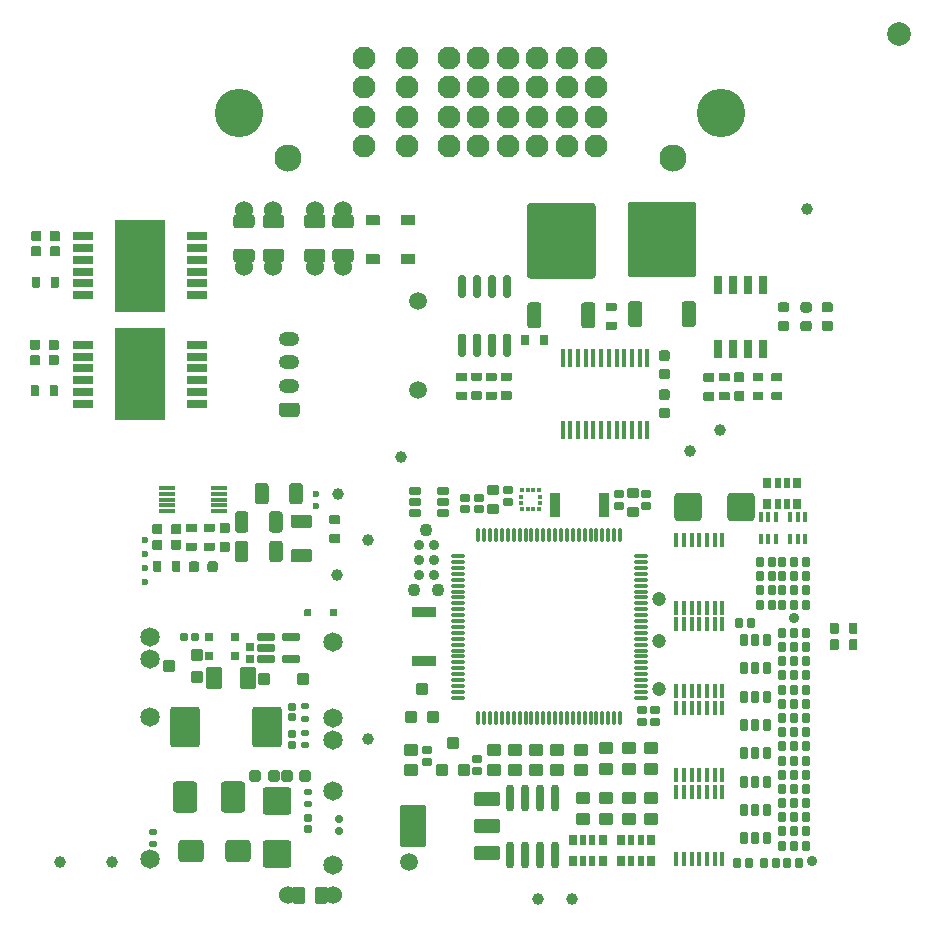
<source format=gts>
G75*
G70*
%OFA0B0*%
%FSLAX25Y25*%
%IPPOS*%
%LPD*%
%AMOC8*
5,1,8,0,0,1.08239X$1,22.5*
%
%AMM108*
21,1,0.029530,0.026380,-0.000000,0.000000,0.000000*
21,1,0.020470,0.035430,-0.000000,0.000000,0.000000*
1,1,0.009060,0.010240,-0.013190*
1,1,0.009060,-0.010240,-0.013190*
1,1,0.009060,-0.010240,0.013190*
1,1,0.009060,0.010240,0.013190*
%
%AMM109*
21,1,0.021650,0.027950,-0.000000,0.000000,0.000000*
21,1,0.014170,0.035430,-0.000000,0.000000,0.000000*
1,1,0.007480,0.007090,-0.013980*
1,1,0.007480,-0.007090,-0.013980*
1,1,0.007480,-0.007090,0.013980*
1,1,0.007480,0.007090,0.013980*
%
%AMM110*
21,1,0.016540,0.028980,-0.000000,0.000000,180.000000*
21,1,0.010080,0.035430,-0.000000,0.000000,180.000000*
1,1,0.006460,-0.005040,0.014490*
1,1,0.006460,0.005040,0.014490*
1,1,0.006460,0.005040,-0.014490*
1,1,0.006460,-0.005040,-0.014490*
%
%AMM111*
21,1,0.027560,0.030710,-0.000000,0.000000,270.000000*
21,1,0.018900,0.039370,-0.000000,0.000000,270.000000*
1,1,0.008660,-0.015350,-0.009450*
1,1,0.008660,-0.015350,0.009450*
1,1,0.008660,0.015350,0.009450*
1,1,0.008660,0.015350,-0.009450*
%
%AMM112*
21,1,0.031500,0.018900,-0.000000,0.000000,180.000000*
21,1,0.022840,0.027560,-0.000000,0.000000,180.000000*
1,1,0.008660,-0.011420,0.009450*
1,1,0.008660,0.011420,0.009450*
1,1,0.008660,0.011420,-0.009450*
1,1,0.008660,-0.011420,-0.009450*
%
%AMM113*
21,1,0.035430,0.072440,-0.000000,0.000000,180.000000*
21,1,0.025200,0.082680,-0.000000,0.000000,180.000000*
1,1,0.010240,-0.012600,0.036220*
1,1,0.010240,0.012600,0.036220*
1,1,0.010240,0.012600,-0.036220*
1,1,0.010240,-0.012600,-0.036220*
%
%AMM114*
21,1,0.031500,0.018900,-0.000000,0.000000,270.000000*
21,1,0.022840,0.027560,-0.000000,0.000000,270.000000*
1,1,0.008660,-0.009450,-0.011420*
1,1,0.008660,-0.009450,0.011420*
1,1,0.008660,0.009450,0.011420*
1,1,0.008660,0.009450,-0.011420*
%
%AMM115*
21,1,0.027560,0.030710,-0.000000,0.000000,0.000000*
21,1,0.018900,0.039370,-0.000000,0.000000,0.000000*
1,1,0.008660,0.009450,-0.015350*
1,1,0.008660,-0.009450,-0.015350*
1,1,0.008660,-0.009450,0.015350*
1,1,0.008660,0.009450,0.015350*
%
%AMM116*
21,1,0.039370,0.030320,-0.000000,0.000000,0.000000*
21,1,0.028350,0.041340,-0.000000,0.000000,0.000000*
1,1,0.011020,0.014170,-0.015160*
1,1,0.011020,-0.014170,-0.015160*
1,1,0.011020,-0.014170,0.015160*
1,1,0.011020,0.014170,0.015160*
%
%AMM117*
21,1,0.047240,0.075980,-0.000000,0.000000,90.000000*
21,1,0.034650,0.088580,-0.000000,0.000000,90.000000*
1,1,0.012600,0.037990,0.017320*
1,1,0.012600,0.037990,-0.017320*
1,1,0.012600,-0.037990,-0.017320*
1,1,0.012600,-0.037990,0.017320*
%
%AMM118*
21,1,0.043310,0.035430,-0.000000,0.000000,90.000000*
21,1,0.031500,0.047240,-0.000000,0.000000,90.000000*
1,1,0.011810,0.017720,0.015750*
1,1,0.011810,0.017720,-0.015750*
1,1,0.011810,-0.017720,-0.015750*
1,1,0.011810,-0.017720,0.015750*
%
%AMM119*
21,1,0.031500,0.030710,-0.000000,0.000000,90.000000*
21,1,0.022050,0.040160,-0.000000,0.000000,90.000000*
1,1,0.009450,0.015350,0.011020*
1,1,0.009450,0.015350,-0.011020*
1,1,0.009450,-0.015350,-0.011020*
1,1,0.009450,-0.015350,0.011020*
%
%AMM120*
21,1,0.035430,0.072440,-0.000000,0.000000,90.000000*
21,1,0.025200,0.082680,-0.000000,0.000000,90.000000*
1,1,0.010240,0.036220,0.012600*
1,1,0.010240,0.036220,-0.012600*
1,1,0.010240,-0.036220,-0.012600*
1,1,0.010240,-0.036220,0.012600*
%
%AMM121*
21,1,0.141730,0.067720,-0.000000,0.000000,90.000000*
21,1,0.120870,0.088580,-0.000000,0.000000,90.000000*
1,1,0.020870,0.033860,0.060430*
1,1,0.020870,0.033860,-0.060430*
1,1,0.020870,-0.033860,-0.060430*
1,1,0.020870,-0.033860,0.060430*
%
%AMM122*
21,1,0.047240,0.075990,-0.000000,0.000000,90.000000*
21,1,0.034650,0.088580,-0.000000,0.000000,90.000000*
1,1,0.012600,0.037990,0.017320*
1,1,0.012600,0.037990,-0.017320*
1,1,0.012600,-0.037990,-0.017320*
1,1,0.012600,-0.037990,0.017320*
%
%AMM123*
21,1,0.090550,0.073230,-0.000000,0.000000,180.000000*
21,1,0.069290,0.094490,-0.000000,0.000000,180.000000*
1,1,0.021260,-0.034650,0.036610*
1,1,0.021260,0.034650,0.036610*
1,1,0.021260,0.034650,-0.036610*
1,1,0.021260,-0.034650,-0.036610*
%
%AMM69*
21,1,0.092130,0.073230,0.000000,0.000000,270.000000*
21,1,0.069290,0.096060,0.000000,0.000000,270.000000*
1,1,0.022840,-0.036610,-0.034650*
1,1,0.022840,-0.036610,0.034650*
1,1,0.022840,0.036610,0.034650*
1,1,0.022840,0.036610,-0.034650*
%
%AMM70*
21,1,0.100000,0.111020,0.000000,0.000000,0.000000*
21,1,0.075590,0.135430,0.000000,0.000000,0.000000*
1,1,0.024410,0.037800,-0.055510*
1,1,0.024410,-0.037800,-0.055510*
1,1,0.024410,-0.037800,0.055510*
1,1,0.024410,0.037800,0.055510*
%
%AMM71*
21,1,0.080320,0.083460,0.000000,0.000000,0.000000*
21,1,0.059840,0.103940,0.000000,0.000000,0.000000*
1,1,0.020470,0.029920,-0.041730*
1,1,0.020470,-0.029920,-0.041730*
1,1,0.020470,-0.029920,0.041730*
1,1,0.020470,0.029920,0.041730*
%
%AMM72*
21,1,0.084250,0.053540,0.000000,0.000000,180.000000*
21,1,0.065350,0.072440,0.000000,0.000000,180.000000*
1,1,0.018900,-0.032680,0.026770*
1,1,0.018900,0.032680,0.026770*
1,1,0.018900,0.032680,-0.026770*
1,1,0.018900,-0.032680,-0.026770*
%
%AMM73*
21,1,0.040950,0.030320,0.000000,0.000000,90.000000*
21,1,0.028350,0.042910,0.000000,0.000000,90.000000*
1,1,0.012600,0.015160,0.014170*
1,1,0.012600,0.015160,-0.014170*
1,1,0.012600,-0.015160,-0.014170*
1,1,0.012600,-0.015160,0.014170*
%
%AMM74*
21,1,0.027170,0.052760,0.000000,0.000000,270.000000*
21,1,0.017320,0.062600,0.000000,0.000000,270.000000*
1,1,0.009840,-0.026380,-0.008660*
1,1,0.009840,-0.026380,0.008660*
1,1,0.009840,0.026380,0.008660*
1,1,0.009840,0.026380,-0.008660*
%
%AMM75*
21,1,0.041340,0.026770,0.000000,0.000000,0.000000*
21,1,0.029130,0.038980,0.000000,0.000000,0.000000*
1,1,0.012210,0.014570,-0.013390*
1,1,0.012210,-0.014570,-0.013390*
1,1,0.012210,-0.014570,0.013390*
1,1,0.012210,0.014570,0.013390*
%
%AMM76*
21,1,0.076380,0.036220,0.000000,0.000000,90.000000*
21,1,0.061810,0.050790,0.000000,0.000000,90.000000*
1,1,0.014570,0.018110,0.030910*
1,1,0.014570,0.018110,-0.030910*
1,1,0.014570,-0.018110,-0.030910*
1,1,0.014570,-0.018110,0.030910*
%
%AMM77*
21,1,0.038980,0.026770,0.000000,0.000000,0.000000*
21,1,0.026770,0.038980,0.000000,0.000000,0.000000*
1,1,0.012210,0.013390,-0.013390*
1,1,0.012210,-0.013390,-0.013390*
1,1,0.012210,-0.013390,0.013390*
1,1,0.012210,0.013390,0.013390*
%
%AMM78*
21,1,0.021260,0.016540,0.000000,0.000000,270.000000*
21,1,0.012600,0.025200,0.000000,0.000000,270.000000*
1,1,0.008660,-0.008270,-0.006300*
1,1,0.008660,-0.008270,0.006300*
1,1,0.008660,0.008270,0.006300*
1,1,0.008660,0.008270,-0.006300*
%
%AMM79*
21,1,0.029130,0.018900,0.000000,0.000000,90.000000*
21,1,0.018900,0.029130,0.000000,0.000000,90.000000*
1,1,0.010240,0.009450,0.009450*
1,1,0.010240,0.009450,-0.009450*
1,1,0.010240,-0.009450,-0.009450*
1,1,0.010240,-0.009450,0.009450*
%
%AMM80*
21,1,0.025200,0.019680,0.000000,0.000000,0.000000*
21,1,0.015750,0.029130,0.000000,0.000000,0.000000*
1,1,0.009450,0.007870,-0.009840*
1,1,0.009450,-0.007870,-0.009840*
1,1,0.009450,-0.007870,0.009840*
1,1,0.009450,0.007870,0.009840*
%
%AMM81*
21,1,0.025200,0.019680,0.000000,0.000000,270.000000*
21,1,0.015750,0.029130,0.000000,0.000000,270.000000*
1,1,0.009450,-0.009840,-0.007870*
1,1,0.009450,-0.009840,0.007870*
1,1,0.009450,0.009840,0.007870*
1,1,0.009450,0.009840,-0.007870*
%
%ADD108O,0.05118X0.01260*%
%ADD109O,0.01260X0.05118*%
%ADD11C,0.03937*%
%ADD111C,0.03494*%
%ADD114R,0.01772X0.01378*%
%ADD115R,0.01378X0.01772*%
%ADD12C,0.06000*%
%ADD127C,0.03543*%
%ADD129C,0.04724*%
%ADD13R,0.02559X0.06004*%
%ADD130C,0.04294*%
%ADD14R,0.01575X0.06496*%
%ADD15R,0.06890X0.02559*%
%ADD16R,0.16929X0.31102*%
%ADD17O,0.06890X0.04724*%
%ADD172R,0.05512X0.01181*%
%ADD18C,0.02362*%
%ADD185M69*%
%ADD186M70*%
%ADD187M71*%
%ADD188M72*%
%ADD189M73*%
%ADD190M74*%
%ADD191M75*%
%ADD192M76*%
%ADD193M77*%
%ADD194M78*%
%ADD195M79*%
%ADD196M80*%
%ADD197M81*%
%ADD198C,0.02913*%
%ADD199C,0.06457*%
%ADD230M108*%
%ADD231M109*%
%ADD232M110*%
%ADD233O,0.01575X0.04724*%
%ADD234M111*%
%ADD235M112*%
%ADD236M113*%
%ADD237M114*%
%ADD238M115*%
%ADD239M116*%
%ADD240O,0.02756X0.09055*%
%ADD241M117*%
%ADD242M118*%
%ADD243M119*%
%ADD244M120*%
%ADD245M121*%
%ADD246M122*%
%ADD247M123*%
%ADD31C,0.07677*%
%ADD37C,0.07874*%
%ADD38C,0.05906*%
%ADD53C,0.16142*%
%ADD54C,0.09055*%
X0000000Y0000000D02*
%LPD*%
G01*
G36*
G01*
X0152874Y0172533D02*
X0149803Y0172533D01*
G75*
G02*
X0149528Y0172809I0000000J0000276D01*
G01*
X0149528Y0175013D01*
G75*
G02*
X0149803Y0175289I0000276J0000000D01*
G01*
X0152874Y0175289D01*
G75*
G02*
X0153150Y0175013I0000000J-000276D01*
G01*
X0153150Y0172809D01*
G75*
G02*
X0152874Y0172533I-000276J0000000D01*
G01*
G37*
G36*
G01*
X0152874Y0178832D02*
X0149803Y0178832D01*
G75*
G02*
X0149528Y0179108I0000000J0000276D01*
G01*
X0149528Y0181313D01*
G75*
G02*
X0149803Y0181588I0000276J0000000D01*
G01*
X0152874Y0181588D01*
G75*
G02*
X0153150Y0181313I0000000J-000276D01*
G01*
X0153150Y0179108D01*
G75*
G02*
X0152874Y0178832I-000276J0000000D01*
G01*
G37*
D11*
X0110236Y0141339D03*
G36*
G01*
X0245157Y0172185D02*
X0242480Y0172185D01*
G75*
G02*
X0242146Y0172520I0000000J0000335D01*
G01*
X0242146Y0175197D01*
G75*
G02*
X0242480Y0175531I0000335J0000000D01*
G01*
X0245157Y0175531D01*
G75*
G02*
X0245492Y0175197I0000000J-000335D01*
G01*
X0245492Y0172520D01*
G75*
G02*
X0245157Y0172185I-000335J0000000D01*
G01*
G37*
G36*
G01*
X0245157Y0178406D02*
X0242480Y0178406D01*
G75*
G02*
X0242146Y0178740I0000000J0000335D01*
G01*
X0242146Y0181417D01*
G75*
G02*
X0242480Y0181752I0000335J0000000D01*
G01*
X0245157Y0181752D01*
G75*
G02*
X0245492Y0181417I0000000J-000335D01*
G01*
X0245492Y0178740D01*
G75*
G02*
X0245157Y0178406I-000335J0000000D01*
G01*
G37*
G36*
G01*
X0007461Y0189606D02*
X0007461Y0192283D01*
G75*
G02*
X0007795Y0192618I0000335J0000000D01*
G01*
X0010472Y0192618D01*
G75*
G02*
X0010807Y0192283I0000000J-000335D01*
G01*
X0010807Y0189606D01*
G75*
G02*
X0010472Y0189272I-000335J0000000D01*
G01*
X0007795Y0189272D01*
G75*
G02*
X0007461Y0189606I0000000J0000335D01*
G01*
G37*
G36*
G01*
X0013681Y0189606D02*
X0013681Y0192283D01*
G75*
G02*
X0014016Y0192618I0000335J0000000D01*
G01*
X0016693Y0192618D01*
G75*
G02*
X0017028Y0192283I0000000J-000335D01*
G01*
X0017028Y0189606D01*
G75*
G02*
X0016693Y0189272I-000335J0000000D01*
G01*
X0014016Y0189272D01*
G75*
G02*
X0013681Y0189606I0000000J0000335D01*
G01*
G37*
G36*
G01*
X0283268Y0092480D02*
X0283268Y0089409D01*
G75*
G02*
X0282992Y0089134I-000276J0000000D01*
G01*
X0280787Y0089134D01*
G75*
G02*
X0280512Y0089409I0000000J0000276D01*
G01*
X0280512Y0092480D01*
G75*
G02*
X0280787Y0092756I0000276J0000000D01*
G01*
X0282992Y0092756D01*
G75*
G02*
X0283268Y0092480I0000000J-000276D01*
G01*
G37*
G36*
G01*
X0276969Y0092480D02*
X0276969Y0089409D01*
G75*
G02*
X0276693Y0089134I-000276J0000000D01*
G01*
X0274488Y0089134D01*
G75*
G02*
X0274213Y0089409I0000000J0000276D01*
G01*
X0274213Y0092480D01*
G75*
G02*
X0274488Y0092756I0000276J0000000D01*
G01*
X0276693Y0092756D01*
G75*
G02*
X0276969Y0092480I0000000J-000276D01*
G01*
G37*
D12*
X0111811Y0236024D03*
G36*
G01*
X0108268Y0230728D02*
X0108268Y0233445D01*
G75*
G02*
X0109173Y0234350I0000906J0000000D01*
G01*
X0114449Y0234350D01*
G75*
G02*
X0115354Y0233445I0000000J-000906D01*
G01*
X0115354Y0230728D01*
G75*
G02*
X0114449Y0229823I-000906J0000000D01*
G01*
X0109173Y0229823D01*
G75*
G02*
X0108268Y0230728I0000000J0000906D01*
G01*
G37*
G36*
G01*
X0108268Y0219311D02*
X0108268Y0222028D01*
G75*
G02*
X0109173Y0222933I0000906J0000000D01*
G01*
X0114449Y0222933D01*
G75*
G02*
X0115354Y0222028I0000000J-000906D01*
G01*
X0115354Y0219311D01*
G75*
G02*
X0114449Y0218405I-000906J0000000D01*
G01*
X0109173Y0218405D01*
G75*
G02*
X0108268Y0219311I0000000J0000906D01*
G01*
G37*
X0111811Y0216732D03*
D11*
X0017323Y0018504D03*
G36*
G01*
X0219882Y0179429D02*
X0217913Y0179429D01*
G75*
G02*
X0217028Y0180315I0000000J0000886D01*
G01*
X0217028Y0182087D01*
G75*
G02*
X0217913Y0182972I0000886J0000000D01*
G01*
X0219882Y0182972D01*
G75*
G02*
X0220768Y0182087I0000000J-000886D01*
G01*
X0220768Y0180315D01*
G75*
G02*
X0219882Y0179429I-000886J0000000D01*
G01*
G37*
G36*
G01*
X0219882Y0185531D02*
X0217913Y0185531D01*
G75*
G02*
X0217028Y0186417I0000000J0000886D01*
G01*
X0217028Y0188189D01*
G75*
G02*
X0217913Y0189075I0000886J0000000D01*
G01*
X0219882Y0189075D01*
G75*
G02*
X0220768Y0188189I0000000J-000886D01*
G01*
X0220768Y0186417D01*
G75*
G02*
X0219882Y0185531I-000886J0000000D01*
G01*
G37*
D13*
X0236850Y0189421D03*
X0241850Y0189421D03*
X0246850Y0189421D03*
X0251850Y0189421D03*
X0251850Y0210776D03*
X0246850Y0210776D03*
X0241850Y0210776D03*
X0236850Y0210776D03*
G36*
G01*
X0016732Y0177126D02*
X0016732Y0174055D01*
G75*
G02*
X0016457Y0173780I-000276J0000000D01*
G01*
X0014252Y0173780D01*
G75*
G02*
X0013976Y0174055I0000000J0000276D01*
G01*
X0013976Y0177126D01*
G75*
G02*
X0014252Y0177402I0000276J0000000D01*
G01*
X0016457Y0177402D01*
G75*
G02*
X0016732Y0177126I0000000J-000276D01*
G01*
G37*
G36*
G01*
X0010433Y0177126D02*
X0010433Y0174055D01*
G75*
G02*
X0010157Y0173780I-000276J0000000D01*
G01*
X0007953Y0173780D01*
G75*
G02*
X0007677Y0174055I0000000J0000276D01*
G01*
X0007677Y0177126D01*
G75*
G02*
X0007953Y0177402I0000276J0000000D01*
G01*
X0010157Y0177402D01*
G75*
G02*
X0010433Y0177126I0000000J-000276D01*
G01*
G37*
G36*
G01*
X0007854Y0225827D02*
X0007854Y0228504D01*
G75*
G02*
X0008189Y0228839I0000335J0000000D01*
G01*
X0010866Y0228839D01*
G75*
G02*
X0011201Y0228504I0000000J-000335D01*
G01*
X0011201Y0225827D01*
G75*
G02*
X0010866Y0225492I-000335J0000000D01*
G01*
X0008189Y0225492D01*
G75*
G02*
X0007854Y0225827I0000000J0000335D01*
G01*
G37*
G36*
G01*
X0014075Y0225827D02*
X0014075Y0228504D01*
G75*
G02*
X0014409Y0228839I0000335J0000000D01*
G01*
X0017087Y0228839D01*
G75*
G02*
X0017421Y0228504I0000000J-000335D01*
G01*
X0017421Y0225827D01*
G75*
G02*
X0017087Y0225492I-000335J0000000D01*
G01*
X0014409Y0225492D01*
G75*
G02*
X0014075Y0225827I0000000J0000335D01*
G01*
G37*
G36*
G01*
X0274213Y0094921D02*
X0274213Y0097992D01*
G75*
G02*
X0274488Y0098268I0000276J0000000D01*
G01*
X0276693Y0098268D01*
G75*
G02*
X0276969Y0097992I0000000J-000276D01*
G01*
X0276969Y0094921D01*
G75*
G02*
X0276693Y0094646I-000276J0000000D01*
G01*
X0274488Y0094646D01*
G75*
G02*
X0274213Y0094921I0000000J0000276D01*
G01*
G37*
G36*
G01*
X0280512Y0094921D02*
X0280512Y0097992D01*
G75*
G02*
X0280787Y0098268I0000276J0000000D01*
G01*
X0282992Y0098268D01*
G75*
G02*
X0283268Y0097992I0000000J-000276D01*
G01*
X0283268Y0094921D01*
G75*
G02*
X0282992Y0094646I-000276J0000000D01*
G01*
X0280787Y0094646D01*
G75*
G02*
X0280512Y0094921I0000000J0000276D01*
G01*
G37*
G36*
G01*
X0176949Y0196457D02*
X0174193Y0196457D01*
G75*
G02*
X0173209Y0197441I0000000J0000984D01*
G01*
X0173209Y0204134D01*
G75*
G02*
X0174193Y0205118I0000984J0000000D01*
G01*
X0176949Y0205118D01*
G75*
G02*
X0177933Y0204134I0000000J-000984D01*
G01*
X0177933Y0197441D01*
G75*
G02*
X0176949Y0196457I-000984J0000000D01*
G01*
G37*
G36*
G01*
X0194980Y0212992D02*
X0174114Y0212992D01*
G75*
G02*
X0173130Y0213976I0000000J0000984D01*
G01*
X0173130Y0237205D01*
G75*
G02*
X0174114Y0238189I0000984J0000000D01*
G01*
X0194980Y0238189D01*
G75*
G02*
X0195965Y0237205I0000000J-000984D01*
G01*
X0195965Y0213976D01*
G75*
G02*
X0194980Y0212992I-000984J0000000D01*
G01*
G37*
G36*
G01*
X0194902Y0196457D02*
X0192146Y0196457D01*
G75*
G02*
X0191161Y0197441I0000000J0000984D01*
G01*
X0191161Y0204134D01*
G75*
G02*
X0192146Y0205118I0000984J0000000D01*
G01*
X0194902Y0205118D01*
G75*
G02*
X0195886Y0204134I0000000J-000984D01*
G01*
X0195886Y0197441D01*
G75*
G02*
X0194902Y0196457I-000984J0000000D01*
G01*
G37*
D14*
X0213189Y0186378D03*
X0210630Y0186378D03*
X0208071Y0186378D03*
X0205512Y0186378D03*
X0202953Y0186378D03*
X0200394Y0186378D03*
X0197874Y0186378D03*
X0195276Y0186378D03*
X0192717Y0186378D03*
X0190157Y0186378D03*
X0187598Y0186378D03*
X0185079Y0186378D03*
X0185079Y0162598D03*
X0187598Y0162598D03*
X0190157Y0162598D03*
X0192717Y0162598D03*
X0195276Y0162598D03*
X0197874Y0162598D03*
X0200394Y0162598D03*
X0202953Y0162598D03*
X0205512Y0162598D03*
X0208071Y0162598D03*
X0210630Y0162598D03*
X0213189Y0162598D03*
D11*
X0034646Y0018504D03*
D15*
X0062992Y0171260D03*
X0062992Y0175197D03*
X0062992Y0179134D03*
X0062992Y0183071D03*
X0062992Y0187008D03*
X0062992Y0190945D03*
X0025197Y0190945D03*
X0025197Y0187008D03*
X0025197Y0183071D03*
X0025197Y0179134D03*
X0025197Y0175197D03*
X0025197Y0171260D03*
D16*
X0044094Y0181102D03*
G36*
G01*
X0109600Y0100443D02*
X0107711Y0100443D01*
G75*
G02*
X0107474Y0100679I0000000J0000236D01*
G01*
X0107474Y0102569D01*
G75*
G02*
X0107711Y0102805I0000236J0000000D01*
G01*
X0109600Y0102805D01*
G75*
G02*
X0109837Y0102569I0000000J-000236D01*
G01*
X0109837Y0100679D01*
G75*
G02*
X0109600Y0100443I-000236J0000000D01*
G01*
G37*
G36*
G01*
X0100939Y0100443D02*
X0099049Y0100443D01*
G75*
G02*
X0098813Y0100679I0000000J0000236D01*
G01*
X0098813Y0102569D01*
G75*
G02*
X0099049Y0102805I0000236J0000000D01*
G01*
X0100939Y0102805D01*
G75*
G02*
X0101175Y0102569I0000000J-000236D01*
G01*
X0101175Y0100679D01*
G75*
G02*
X0100939Y0100443I-000236J0000000D01*
G01*
G37*
G36*
G01*
X0171063Y0190984D02*
X0171063Y0194055D01*
G75*
G02*
X0171339Y0194331I0000276J0000000D01*
G01*
X0173543Y0194331D01*
G75*
G02*
X0173819Y0194055I0000000J-000276D01*
G01*
X0173819Y0190984D01*
G75*
G02*
X0173543Y0190709I-000276J0000000D01*
G01*
X0171339Y0190709D01*
G75*
G02*
X0171063Y0190984I0000000J0000276D01*
G01*
G37*
G36*
G01*
X0177362Y0190984D02*
X0177362Y0194055D01*
G75*
G02*
X0177638Y0194331I0000276J0000000D01*
G01*
X0179843Y0194331D01*
G75*
G02*
X0180118Y0194055I0000000J-000276D01*
G01*
X0180118Y0190984D01*
G75*
G02*
X0179843Y0190709I-000276J0000000D01*
G01*
X0177638Y0190709D01*
G75*
G02*
X0177362Y0190984I0000000J0000276D01*
G01*
G37*
D11*
X0227559Y0155512D03*
G36*
G01*
X0007461Y0184488D02*
X0007461Y0187165D01*
G75*
G02*
X0007795Y0187500I0000335J0000000D01*
G01*
X0010472Y0187500D01*
G75*
G02*
X0010807Y0187165I0000000J-000335D01*
G01*
X0010807Y0184488D01*
G75*
G02*
X0010472Y0184154I-000335J0000000D01*
G01*
X0007795Y0184154D01*
G75*
G02*
X0007461Y0184488I0000000J0000335D01*
G01*
G37*
G36*
G01*
X0013681Y0184488D02*
X0013681Y0187165D01*
G75*
G02*
X0014016Y0187500I0000335J0000000D01*
G01*
X0016693Y0187500D01*
G75*
G02*
X0017028Y0187165I0000000J-000335D01*
G01*
X0017028Y0184488D01*
G75*
G02*
X0016693Y0184154I-000335J0000000D01*
G01*
X0014016Y0184154D01*
G75*
G02*
X0013681Y0184488I0000000J0000335D01*
G01*
G37*
G36*
G01*
X0110591Y0125000D02*
X0107520Y0125000D01*
G75*
G02*
X0107244Y0125276I0000000J0000276D01*
G01*
X0107244Y0127480D01*
G75*
G02*
X0107520Y0127756I0000276J0000000D01*
G01*
X0110591Y0127756D01*
G75*
G02*
X0110866Y0127480I0000000J-000276D01*
G01*
X0110866Y0125276D01*
G75*
G02*
X0110591Y0125000I-000276J0000000D01*
G01*
G37*
G36*
G01*
X0110591Y0131299D02*
X0107520Y0131299D01*
G75*
G02*
X0107244Y0131575I0000000J0000276D01*
G01*
X0107244Y0133780D01*
G75*
G02*
X0107520Y0134055I0000276J0000000D01*
G01*
X0110591Y0134055D01*
G75*
G02*
X0110866Y0133780I0000000J-000276D01*
G01*
X0110866Y0131575D01*
G75*
G02*
X0110591Y0131299I-000276J0000000D01*
G01*
G37*
G36*
G01*
X0096358Y0166929D02*
X0091437Y0166929D01*
G75*
G02*
X0090453Y0167913I0000000J0000984D01*
G01*
X0090453Y0170669D01*
G75*
G02*
X0091437Y0171654I0000984J0000000D01*
G01*
X0096358Y0171654D01*
G75*
G02*
X0097343Y0170669I0000000J-000984D01*
G01*
X0097343Y0167913D01*
G75*
G02*
X0096358Y0166929I-000984J0000000D01*
G01*
G37*
D17*
X0093898Y0177165D03*
X0093898Y0185039D03*
X0093898Y0192913D03*
G36*
G01*
X0199646Y0204921D02*
X0202717Y0204921D01*
G75*
G02*
X0202992Y0204646I0000000J-000276D01*
G01*
X0202992Y0202441D01*
G75*
G02*
X0202717Y0202165I-000276J0000000D01*
G01*
X0199646Y0202165D01*
G75*
G02*
X0199370Y0202441I0000000J0000276D01*
G01*
X0199370Y0204646D01*
G75*
G02*
X0199646Y0204921I0000276J0000000D01*
G01*
G37*
G36*
G01*
X0199646Y0198622D02*
X0202717Y0198622D01*
G75*
G02*
X0202992Y0198346I0000000J-000276D01*
G01*
X0202992Y0196142D01*
G75*
G02*
X0202717Y0195866I-000276J0000000D01*
G01*
X0199646Y0195866D01*
G75*
G02*
X0199370Y0196142I0000000J0000276D01*
G01*
X0199370Y0198346D01*
G75*
G02*
X0199646Y0198622I0000276J0000000D01*
G01*
G37*
D11*
X0109843Y0114173D03*
G36*
G01*
X0235256Y0172343D02*
X0232185Y0172343D01*
G75*
G02*
X0231909Y0172618I0000000J0000276D01*
G01*
X0231909Y0174823D01*
G75*
G02*
X0232185Y0175098I0000276J0000000D01*
G01*
X0235256Y0175098D01*
G75*
G02*
X0235531Y0174823I0000000J-000276D01*
G01*
X0235531Y0172618D01*
G75*
G02*
X0235256Y0172343I-000276J0000000D01*
G01*
G37*
G36*
G01*
X0235256Y0178642D02*
X0232185Y0178642D01*
G75*
G02*
X0231909Y0178917I0000000J0000276D01*
G01*
X0231909Y0181122D01*
G75*
G02*
X0232185Y0181398I0000276J0000000D01*
G01*
X0235256Y0181398D01*
G75*
G02*
X0235531Y0181122I0000000J-000276D01*
G01*
X0235531Y0178917D01*
G75*
G02*
X0235256Y0178642I-000276J0000000D01*
G01*
G37*
G36*
G01*
X0154764Y0181693D02*
X0157835Y0181693D01*
G75*
G02*
X0158110Y0181417I0000000J-000276D01*
G01*
X0158110Y0179213D01*
G75*
G02*
X0157835Y0178937I-000276J0000000D01*
G01*
X0154764Y0178937D01*
G75*
G02*
X0154488Y0179213I0000000J0000276D01*
G01*
X0154488Y0181417D01*
G75*
G02*
X0154764Y0181693I0000276J0000000D01*
G01*
G37*
G36*
G01*
X0154764Y0175394D02*
X0157835Y0175394D01*
G75*
G02*
X0158110Y0175118I0000000J-000276D01*
G01*
X0158110Y0172913D01*
G75*
G02*
X0157835Y0172638I-000276J0000000D01*
G01*
X0154764Y0172638D01*
G75*
G02*
X0154488Y0172913I0000000J0000276D01*
G01*
X0154488Y0175118D01*
G75*
G02*
X0154764Y0175394I0000276J0000000D01*
G01*
G37*
X0120079Y0125984D03*
D53*
X0237795Y0268307D03*
D54*
X0221654Y0253150D03*
X0093307Y0253150D03*
D53*
X0077165Y0268307D03*
D31*
X0196260Y0257087D03*
X0196260Y0266929D03*
X0196260Y0276772D03*
X0196260Y0286614D03*
X0186417Y0257087D03*
X0186417Y0266929D03*
X0186417Y0276772D03*
X0186417Y0286614D03*
X0176575Y0257087D03*
X0176575Y0266929D03*
X0176575Y0276772D03*
X0176575Y0286614D03*
X0166732Y0257087D03*
X0166732Y0266929D03*
X0166732Y0276772D03*
X0166732Y0286614D03*
X0156890Y0257087D03*
X0156890Y0266929D03*
X0156890Y0276772D03*
X0156890Y0286614D03*
X0147047Y0257087D03*
X0147047Y0266929D03*
X0147047Y0276772D03*
X0147047Y0286614D03*
X0133268Y0257087D03*
X0133268Y0266929D03*
X0133268Y0276772D03*
X0133268Y0286614D03*
X0118701Y0257087D03*
X0118701Y0266929D03*
X0118701Y0276772D03*
X0118701Y0286614D03*
D15*
X0062992Y0207480D03*
X0062992Y0211417D03*
X0062992Y0215354D03*
X0062992Y0219291D03*
X0062992Y0223228D03*
X0062992Y0227165D03*
X0025197Y0227165D03*
X0025197Y0223228D03*
X0025197Y0219291D03*
X0025197Y0215354D03*
X0025197Y0211417D03*
X0025197Y0207480D03*
D16*
X0044094Y0217323D03*
D11*
X0188189Y0006299D03*
X0176772Y0006299D03*
X0266535Y0236220D03*
G36*
G01*
X0265133Y0205118D02*
X0267151Y0205118D01*
G75*
G02*
X0268012Y0204257I0000000J-000861D01*
G01*
X0268012Y0202534D01*
G75*
G02*
X0267151Y0201673I-000861J0000000D01*
G01*
X0265133Y0201673D01*
G75*
G02*
X0264272Y0202534I0000000J0000861D01*
G01*
X0264272Y0204257D01*
G75*
G02*
X0265133Y0205118I0000861J0000000D01*
G01*
G37*
G36*
G01*
X0265133Y0198917D02*
X0267151Y0198917D01*
G75*
G02*
X0268012Y0198056I0000000J-000861D01*
G01*
X0268012Y0196334D01*
G75*
G02*
X0267151Y0195472I-000861J0000000D01*
G01*
X0265133Y0195472D01*
G75*
G02*
X0264272Y0196334I0000000J0000861D01*
G01*
X0264272Y0198056D01*
G75*
G02*
X0265133Y0198917I0000861J0000000D01*
G01*
G37*
G36*
G01*
X0152047Y0187008D02*
X0150866Y0187008D01*
G75*
G02*
X0150276Y0187598I0000000J0000591D01*
G01*
X0150276Y0194094D01*
G75*
G02*
X0150866Y0194685I0000591J0000000D01*
G01*
X0152047Y0194685D01*
G75*
G02*
X0152638Y0194094I0000000J-000591D01*
G01*
X0152638Y0187598D01*
G75*
G02*
X0152047Y0187008I-000591J0000000D01*
G01*
G37*
G36*
G01*
X0157047Y0187008D02*
X0155866Y0187008D01*
G75*
G02*
X0155276Y0187598I0000000J0000591D01*
G01*
X0155276Y0194094D01*
G75*
G02*
X0155866Y0194685I0000591J0000000D01*
G01*
X0157047Y0194685D01*
G75*
G02*
X0157638Y0194094I0000000J-000591D01*
G01*
X0157638Y0187598D01*
G75*
G02*
X0157047Y0187008I-000591J0000000D01*
G01*
G37*
G36*
G01*
X0162047Y0187008D02*
X0160866Y0187008D01*
G75*
G02*
X0160276Y0187598I0000000J0000591D01*
G01*
X0160276Y0194094D01*
G75*
G02*
X0160866Y0194685I0000591J0000000D01*
G01*
X0162047Y0194685D01*
G75*
G02*
X0162638Y0194094I0000000J-000591D01*
G01*
X0162638Y0187598D01*
G75*
G02*
X0162047Y0187008I-000591J0000000D01*
G01*
G37*
G36*
G01*
X0167047Y0187008D02*
X0165866Y0187008D01*
G75*
G02*
X0165276Y0187598I0000000J0000591D01*
G01*
X0165276Y0194094D01*
G75*
G02*
X0165866Y0194685I0000591J0000000D01*
G01*
X0167047Y0194685D01*
G75*
G02*
X0167638Y0194094I0000000J-000591D01*
G01*
X0167638Y0187598D01*
G75*
G02*
X0167047Y0187008I-000591J0000000D01*
G01*
G37*
G36*
G01*
X0167047Y0206496D02*
X0165866Y0206496D01*
G75*
G02*
X0165276Y0207087I0000000J0000591D01*
G01*
X0165276Y0213583D01*
G75*
G02*
X0165866Y0214173I0000591J0000000D01*
G01*
X0167047Y0214173D01*
G75*
G02*
X0167638Y0213583I0000000J-000591D01*
G01*
X0167638Y0207087D01*
G75*
G02*
X0167047Y0206496I-000591J0000000D01*
G01*
G37*
G36*
G01*
X0162047Y0206496D02*
X0160866Y0206496D01*
G75*
G02*
X0160276Y0207087I0000000J0000591D01*
G01*
X0160276Y0213583D01*
G75*
G02*
X0160866Y0214173I0000591J0000000D01*
G01*
X0162047Y0214173D01*
G75*
G02*
X0162638Y0213583I0000000J-000591D01*
G01*
X0162638Y0207087D01*
G75*
G02*
X0162047Y0206496I-000591J0000000D01*
G01*
G37*
G36*
G01*
X0157047Y0206496D02*
X0155866Y0206496D01*
G75*
G02*
X0155276Y0207087I0000000J0000591D01*
G01*
X0155276Y0213583D01*
G75*
G02*
X0155866Y0214173I0000591J0000000D01*
G01*
X0157047Y0214173D01*
G75*
G02*
X0157638Y0213583I0000000J-000591D01*
G01*
X0157638Y0207087D01*
G75*
G02*
X0157047Y0206496I-000591J0000000D01*
G01*
G37*
G36*
G01*
X0152047Y0206496D02*
X0150866Y0206496D01*
G75*
G02*
X0150276Y0207087I0000000J0000591D01*
G01*
X0150276Y0213583D01*
G75*
G02*
X0150866Y0214173I0000591J0000000D01*
G01*
X0152047Y0214173D01*
G75*
G02*
X0152638Y0213583I0000000J-000591D01*
G01*
X0152638Y0207087D01*
G75*
G02*
X0152047Y0206496I-000591J0000000D01*
G01*
G37*
D12*
X0088583Y0236024D03*
G36*
G01*
X0085039Y0230728D02*
X0085039Y0233445D01*
G75*
G02*
X0085945Y0234350I0000906J0000000D01*
G01*
X0091220Y0234350D01*
G75*
G02*
X0092126Y0233445I0000000J-000906D01*
G01*
X0092126Y0230728D01*
G75*
G02*
X0091220Y0229823I-000906J0000000D01*
G01*
X0085945Y0229823D01*
G75*
G02*
X0085039Y0230728I0000000J0000906D01*
G01*
G37*
G36*
G01*
X0085039Y0219311D02*
X0085039Y0222028D01*
G75*
G02*
X0085945Y0222933I0000906J0000000D01*
G01*
X0091220Y0222933D01*
G75*
G02*
X0092126Y0222028I0000000J-000906D01*
G01*
X0092126Y0219311D01*
G75*
G02*
X0091220Y0218405I-000906J0000000D01*
G01*
X0085945Y0218405D01*
G75*
G02*
X0085039Y0219311I0000000J0000906D01*
G01*
G37*
X0088583Y0216732D03*
D11*
X0237402Y0162598D03*
D12*
X0093287Y0007480D03*
G36*
G01*
X0095079Y0005020D02*
X0095079Y0009941D01*
G75*
G02*
X0095472Y0010335I0000394J0000000D01*
G01*
X0098622Y0010335D01*
G75*
G02*
X0099016Y0009941I0000000J-000394D01*
G01*
X0099016Y0005020D01*
G75*
G02*
X0098622Y0004626I-000394J0000000D01*
G01*
X0095472Y0004626D01*
G75*
G02*
X0095079Y0005020I0000000J0000394D01*
G01*
G37*
G36*
G01*
X0102559Y0005020D02*
X0102559Y0009941D01*
G75*
G02*
X0102953Y0010335I0000394J0000000D01*
G01*
X0106102Y0010335D01*
G75*
G02*
X0106496Y0009941I0000000J-000394D01*
G01*
X0106496Y0005020D01*
G75*
G02*
X0106102Y0004626I-000394J0000000D01*
G01*
X0102953Y0004626D01*
G75*
G02*
X0102559Y0005020I0000000J0000394D01*
G01*
G37*
X0108287Y0007480D03*
G36*
G01*
X0017126Y0213346D02*
X0017126Y0210276D01*
G75*
G02*
X0016850Y0210000I-000276J0000000D01*
G01*
X0014646Y0210000D01*
G75*
G02*
X0014370Y0210276I0000000J0000276D01*
G01*
X0014370Y0213346D01*
G75*
G02*
X0014646Y0213622I0000276J0000000D01*
G01*
X0016850Y0213622D01*
G75*
G02*
X0017126Y0213346I0000000J-000276D01*
G01*
G37*
G36*
G01*
X0010827Y0213346D02*
X0010827Y0210276D01*
G75*
G02*
X0010551Y0210000I-000276J0000000D01*
G01*
X0008346Y0210000D01*
G75*
G02*
X0008071Y0210276I0000000J0000276D01*
G01*
X0008071Y0213346D01*
G75*
G02*
X0008346Y0213622I0000276J0000000D01*
G01*
X0010551Y0213622D01*
G75*
G02*
X0010827Y0213346I0000000J-000276D01*
G01*
G37*
D11*
X0120079Y0059449D03*
G36*
G01*
X0123661Y0217717D02*
X0119646Y0217717D01*
G75*
G02*
X0119291Y0218071I0000000J0000354D01*
G01*
X0119291Y0220906D01*
G75*
G02*
X0119646Y0221260I0000354J0000000D01*
G01*
X0123661Y0221260D01*
G75*
G02*
X0124016Y0220906I0000000J-000354D01*
G01*
X0124016Y0218071D01*
G75*
G02*
X0123661Y0217717I-000354J0000000D01*
G01*
G37*
G36*
G01*
X0123661Y0230709D02*
X0119646Y0230709D01*
G75*
G02*
X0119291Y0231063I0000000J0000354D01*
G01*
X0119291Y0233898D01*
G75*
G02*
X0119646Y0234252I0000354J0000000D01*
G01*
X0123661Y0234252D01*
G75*
G02*
X0124016Y0233898I0000000J-000354D01*
G01*
X0124016Y0231063D01*
G75*
G02*
X0123661Y0230709I-000354J0000000D01*
G01*
G37*
D12*
X0078740Y0236024D03*
G36*
G01*
X0075197Y0230728D02*
X0075197Y0233445D01*
G75*
G02*
X0076102Y0234350I0000906J0000000D01*
G01*
X0081378Y0234350D01*
G75*
G02*
X0082283Y0233445I0000000J-000906D01*
G01*
X0082283Y0230728D01*
G75*
G02*
X0081378Y0229823I-000906J0000000D01*
G01*
X0076102Y0229823D01*
G75*
G02*
X0075197Y0230728I0000000J0000906D01*
G01*
G37*
G36*
G01*
X0075197Y0219311D02*
X0075197Y0222028D01*
G75*
G02*
X0076102Y0222933I0000906J0000000D01*
G01*
X0081378Y0222933D01*
G75*
G02*
X0082283Y0222028I0000000J-000906D01*
G01*
X0082283Y0219311D01*
G75*
G02*
X0081378Y0218405I-000906J0000000D01*
G01*
X0076102Y0218405D01*
G75*
G02*
X0075197Y0219311I0000000J0000906D01*
G01*
G37*
X0078740Y0216732D03*
D11*
X0131102Y0153543D03*
G36*
G01*
X0135472Y0217717D02*
X0131457Y0217717D01*
G75*
G02*
X0131102Y0218071I0000000J0000354D01*
G01*
X0131102Y0220906D01*
G75*
G02*
X0131457Y0221260I0000354J0000000D01*
G01*
X0135472Y0221260D01*
G75*
G02*
X0135827Y0220906I0000000J-000354D01*
G01*
X0135827Y0218071D01*
G75*
G02*
X0135472Y0217717I-000354J0000000D01*
G01*
G37*
G36*
G01*
X0135472Y0230709D02*
X0131457Y0230709D01*
G75*
G02*
X0131102Y0231063I0000000J0000354D01*
G01*
X0131102Y0233898D01*
G75*
G02*
X0131457Y0234252I0000354J0000000D01*
G01*
X0135472Y0234252D01*
G75*
G02*
X0135827Y0233898I0000000J-000354D01*
G01*
X0135827Y0231063D01*
G75*
G02*
X0135472Y0230709I-000354J0000000D01*
G01*
G37*
G36*
G01*
X0272219Y0205167D02*
X0274237Y0205167D01*
G75*
G02*
X0275098Y0204306I0000000J-000861D01*
G01*
X0275098Y0202584D01*
G75*
G02*
X0274237Y0201722I-000861J0000000D01*
G01*
X0272219Y0201722D01*
G75*
G02*
X0271358Y0202584I0000000J0000861D01*
G01*
X0271358Y0204306D01*
G75*
G02*
X0272219Y0205167I0000861J0000000D01*
G01*
G37*
G36*
G01*
X0272219Y0198967D02*
X0274237Y0198967D01*
G75*
G02*
X0275098Y0198105I0000000J-000861D01*
G01*
X0275098Y0196383D01*
G75*
G02*
X0274237Y0195522I-000861J0000000D01*
G01*
X0272219Y0195522D01*
G75*
G02*
X0271358Y0196383I0000000J0000861D01*
G01*
X0271358Y0198105D01*
G75*
G02*
X0272219Y0198967I0000861J0000000D01*
G01*
G37*
G36*
G01*
X0257953Y0172441D02*
X0254882Y0172441D01*
G75*
G02*
X0254606Y0172717I0000000J0000276D01*
G01*
X0254606Y0174921D01*
G75*
G02*
X0254882Y0175197I0000276J0000000D01*
G01*
X0257953Y0175197D01*
G75*
G02*
X0258228Y0174921I0000000J-000276D01*
G01*
X0258228Y0172717D01*
G75*
G02*
X0257953Y0172441I-000276J0000000D01*
G01*
G37*
G36*
G01*
X0257953Y0178740D02*
X0254882Y0178740D01*
G75*
G02*
X0254606Y0179016I0000000J0000276D01*
G01*
X0254606Y0181220D01*
G75*
G02*
X0254882Y0181496I0000276J0000000D01*
G01*
X0257953Y0181496D01*
G75*
G02*
X0258228Y0181220I0000000J-000276D01*
G01*
X0258228Y0179016D01*
G75*
G02*
X0257953Y0178740I-000276J0000000D01*
G01*
G37*
G36*
G01*
X0251654Y0172441D02*
X0248583Y0172441D01*
G75*
G02*
X0248307Y0172717I0000000J0000276D01*
G01*
X0248307Y0174921D01*
G75*
G02*
X0248583Y0175197I0000276J0000000D01*
G01*
X0251654Y0175197D01*
G75*
G02*
X0251929Y0174921I0000000J-000276D01*
G01*
X0251929Y0172717D01*
G75*
G02*
X0251654Y0172441I-000276J0000000D01*
G01*
G37*
G36*
G01*
X0251654Y0178740D02*
X0248583Y0178740D01*
G75*
G02*
X0248307Y0179016I0000000J0000276D01*
G01*
X0248307Y0181220D01*
G75*
G02*
X0248583Y0181496I0000276J0000000D01*
G01*
X0251654Y0181496D01*
G75*
G02*
X0251929Y0181220I0000000J-000276D01*
G01*
X0251929Y0179016D01*
G75*
G02*
X0251654Y0178740I-000276J0000000D01*
G01*
G37*
G36*
G01*
X0217913Y0176083D02*
X0219882Y0176083D01*
G75*
G02*
X0220768Y0175197I0000000J-000886D01*
G01*
X0220768Y0173425D01*
G75*
G02*
X0219882Y0172539I-000886J0000000D01*
G01*
X0217913Y0172539D01*
G75*
G02*
X0217028Y0173425I0000000J0000886D01*
G01*
X0217028Y0175197D01*
G75*
G02*
X0217913Y0176083I0000886J0000000D01*
G01*
G37*
G36*
G01*
X0217913Y0169980D02*
X0219882Y0169980D01*
G75*
G02*
X0220768Y0169094I0000000J-000886D01*
G01*
X0220768Y0167323D01*
G75*
G02*
X0219882Y0166437I-000886J0000000D01*
G01*
X0217913Y0166437D01*
G75*
G02*
X0217028Y0167323I0000000J0000886D01*
G01*
X0217028Y0169094D01*
G75*
G02*
X0217913Y0169980I0000886J0000000D01*
G01*
G37*
G36*
G01*
X0164606Y0181693D02*
X0167677Y0181693D01*
G75*
G02*
X0167953Y0181417I0000000J-000276D01*
G01*
X0167953Y0179213D01*
G75*
G02*
X0167677Y0178937I-000276J0000000D01*
G01*
X0164606Y0178937D01*
G75*
G02*
X0164331Y0179213I0000000J0000276D01*
G01*
X0164331Y0181417D01*
G75*
G02*
X0164606Y0181693I0000276J0000000D01*
G01*
G37*
G36*
G01*
X0164606Y0175394D02*
X0167677Y0175394D01*
G75*
G02*
X0167953Y0175118I0000000J-000276D01*
G01*
X0167953Y0172913D01*
G75*
G02*
X0167677Y0172638I-000276J0000000D01*
G01*
X0164606Y0172638D01*
G75*
G02*
X0164331Y0172913I0000000J0000276D01*
G01*
X0164331Y0175118D01*
G75*
G02*
X0164606Y0175394I0000276J0000000D01*
G01*
G37*
G36*
G01*
X0210522Y0196850D02*
X0207766Y0196850D01*
G75*
G02*
X0206781Y0197835I0000000J0000984D01*
G01*
X0206781Y0204528D01*
G75*
G02*
X0207766Y0205512I0000984J0000000D01*
G01*
X0210522Y0205512D01*
G75*
G02*
X0211506Y0204528I0000000J-000984D01*
G01*
X0211506Y0197835D01*
G75*
G02*
X0210522Y0196850I-000984J0000000D01*
G01*
G37*
G36*
G01*
X0228553Y0213386D02*
X0207687Y0213386D01*
G75*
G02*
X0206703Y0214370I0000000J0000984D01*
G01*
X0206703Y0237598D01*
G75*
G02*
X0207687Y0238583I0000984J0000000D01*
G01*
X0228553Y0238583D01*
G75*
G02*
X0229537Y0237598I0000000J-000984D01*
G01*
X0229537Y0214370D01*
G75*
G02*
X0228553Y0213386I-000984J0000000D01*
G01*
G37*
G36*
G01*
X0228474Y0196850D02*
X0225719Y0196850D01*
G75*
G02*
X0224734Y0197835I0000000J0000984D01*
G01*
X0224734Y0204528D01*
G75*
G02*
X0225719Y0205512I0000984J0000000D01*
G01*
X0228474Y0205512D01*
G75*
G02*
X0229459Y0204528I0000000J-000984D01*
G01*
X0229459Y0197835D01*
G75*
G02*
X0228474Y0196850I-000984J0000000D01*
G01*
G37*
D12*
X0102362Y0236024D03*
G36*
G01*
X0098819Y0230728D02*
X0098819Y0233445D01*
G75*
G02*
X0099724Y0234350I0000906J0000000D01*
G01*
X0105000Y0234350D01*
G75*
G02*
X0105906Y0233445I0000000J-000906D01*
G01*
X0105906Y0230728D01*
G75*
G02*
X0105000Y0229823I-000906J0000000D01*
G01*
X0099724Y0229823D01*
G75*
G02*
X0098819Y0230728I0000000J0000906D01*
G01*
G37*
G36*
G01*
X0098819Y0219311D02*
X0098819Y0222028D01*
G75*
G02*
X0099724Y0222933I0000906J0000000D01*
G01*
X0105000Y0222933D01*
G75*
G02*
X0105906Y0222028I0000000J-000906D01*
G01*
X0105906Y0219311D01*
G75*
G02*
X0105000Y0218405I-000906J0000000D01*
G01*
X0099724Y0218405D01*
G75*
G02*
X0098819Y0219311I0000000J0000906D01*
G01*
G37*
X0102362Y0216732D03*
G36*
G01*
X0007854Y0220709D02*
X0007854Y0223386D01*
G75*
G02*
X0008189Y0223720I0000335J0000000D01*
G01*
X0010866Y0223720D01*
G75*
G02*
X0011201Y0223386I0000000J-000335D01*
G01*
X0011201Y0220709D01*
G75*
G02*
X0010866Y0220374I-000335J0000000D01*
G01*
X0008189Y0220374D01*
G75*
G02*
X0007854Y0220709I0000000J0000335D01*
G01*
G37*
G36*
G01*
X0014075Y0220709D02*
X0014075Y0223386D01*
G75*
G02*
X0014409Y0223720I0000335J0000000D01*
G01*
X0017087Y0223720D01*
G75*
G02*
X0017421Y0223386I0000000J-000335D01*
G01*
X0017421Y0220709D01*
G75*
G02*
X0017087Y0220374I-000335J0000000D01*
G01*
X0014409Y0220374D01*
G75*
G02*
X0014075Y0220709I0000000J0000335D01*
G01*
G37*
G36*
G01*
X0257613Y0205167D02*
X0259631Y0205167D01*
G75*
G02*
X0260492Y0204306I0000000J-000861D01*
G01*
X0260492Y0202584D01*
G75*
G02*
X0259631Y0201722I-000861J0000000D01*
G01*
X0257613Y0201722D01*
G75*
G02*
X0256752Y0202584I0000000J0000861D01*
G01*
X0256752Y0204306D01*
G75*
G02*
X0257613Y0205167I0000861J0000000D01*
G01*
G37*
G36*
G01*
X0257613Y0198967D02*
X0259631Y0198967D01*
G75*
G02*
X0260492Y0198105I0000000J-000861D01*
G01*
X0260492Y0196383D01*
G75*
G02*
X0259631Y0195522I-000861J0000000D01*
G01*
X0257613Y0195522D01*
G75*
G02*
X0256752Y0196383I0000000J0000861D01*
G01*
X0256752Y0198105D01*
G75*
G02*
X0257613Y0198967I0000861J0000000D01*
G01*
G37*
G36*
G01*
X0240374Y0172441D02*
X0237303Y0172441D01*
G75*
G02*
X0237028Y0172717I0000000J0000276D01*
G01*
X0237028Y0174921D01*
G75*
G02*
X0237303Y0175197I0000276J0000000D01*
G01*
X0240374Y0175197D01*
G75*
G02*
X0240650Y0174921I0000000J-000276D01*
G01*
X0240650Y0172717D01*
G75*
G02*
X0240374Y0172441I-000276J0000000D01*
G01*
G37*
G36*
G01*
X0240374Y0178740D02*
X0237303Y0178740D01*
G75*
G02*
X0237028Y0179016I0000000J0000276D01*
G01*
X0237028Y0181220D01*
G75*
G02*
X0237303Y0181496I0000276J0000000D01*
G01*
X0240374Y0181496D01*
G75*
G02*
X0240650Y0181220I0000000J-000276D01*
G01*
X0240650Y0179016D01*
G75*
G02*
X0240374Y0178740I-000276J0000000D01*
G01*
G37*
D18*
X0045915Y0121260D03*
X0045915Y0125984D03*
X0045915Y0116535D03*
X0045915Y0111811D03*
X0102707Y0137244D03*
X0102707Y0141181D03*
D37*
X0297244Y0294488D03*
D38*
X0108563Y0091831D03*
X0108563Y0066634D03*
X0108563Y0059154D03*
X0108563Y0042224D03*
D18*
X0110335Y0032776D03*
X0110335Y0028839D03*
D38*
X0108563Y0017618D03*
X0047539Y0093602D03*
X0047539Y0086319D03*
X0047539Y0066831D03*
X0047539Y0019390D03*
G36*
G01*
X0162717Y0172539D02*
X0159646Y0172539D01*
G75*
G02*
X0159370Y0172815I0000000J0000276D01*
G01*
X0159370Y0175020D01*
G75*
G02*
X0159646Y0175295I0000276J0000000D01*
G01*
X0162717Y0175295D01*
G75*
G02*
X0162992Y0175020I0000000J-000276D01*
G01*
X0162992Y0172815D01*
G75*
G02*
X0162717Y0172539I-000276J0000000D01*
G01*
G37*
G36*
G01*
X0162717Y0178839D02*
X0159646Y0178839D01*
G75*
G02*
X0159370Y0179114I0000000J0000276D01*
G01*
X0159370Y0181319D01*
G75*
G02*
X0159646Y0181594I0000276J0000000D01*
G01*
X0162717Y0181594D01*
G75*
G02*
X0162992Y0181319I0000000J-000276D01*
G01*
X0162992Y0179114D01*
G75*
G02*
X0162717Y0178839I-000276J0000000D01*
G01*
G37*
X0136614Y0175984D03*
X0136614Y0205511D03*
X0271260Y0014173D02*
G01*
G75*
D230*
X0253170Y0137795D02*
D03*
X0253170Y0144882D02*
D03*
X0263209Y0144882D02*
D03*
X0263209Y0137795D02*
D03*
X0204429Y0025984D02*
D03*
X0204429Y0018897D02*
D03*
X0214469Y0018897D02*
D03*
X0214469Y0025984D02*
D03*
X0198327Y0025984D02*
D03*
X0198327Y0018897D02*
D03*
X0188287Y0018897D02*
D03*
X0188287Y0025984D02*
D03*
D231*
X0256614Y0137795D02*
D03*
X0259764Y0137795D02*
D03*
X0259764Y0144882D02*
D03*
X0256614Y0144882D02*
D03*
X0211024Y0018897D02*
D03*
X0207874Y0018897D02*
D03*
X0207874Y0025984D02*
D03*
X0211024Y0025984D02*
D03*
X0194882Y0025984D02*
D03*
X0191732Y0025984D02*
D03*
X0191732Y0018897D02*
D03*
X0194882Y0018897D02*
D03*
D232*
X0256166Y0133583D02*
D03*
X0253607Y0133583D02*
D03*
X0251047Y0133583D02*
D03*
X0256166Y0126103D02*
D03*
X0251047Y0126103D02*
D03*
X0253607Y0126103D02*
D03*
X0260791Y0126103D02*
D03*
X0265910Y0126103D02*
D03*
X0260791Y0133583D02*
D03*
X0263351Y0133583D02*
D03*
X0265910Y0133583D02*
D03*
X0263351Y0126103D02*
D03*
D109*
X0156890Y0066375D02*
D03*
X0158858Y0066375D02*
D03*
X0160827Y0066375D02*
D03*
X0162795Y0066375D02*
D03*
X0164764Y0066375D02*
D03*
X0166732Y0066375D02*
D03*
X0168701Y0066375D02*
D03*
X0170669Y0066375D02*
D03*
X0172638Y0066375D02*
D03*
X0176575Y0066375D02*
D03*
X0178544Y0066375D02*
D03*
X0180512Y0066375D02*
D03*
X0182481Y0066375D02*
D03*
X0184449Y0066375D02*
D03*
X0186418Y0066375D02*
D03*
X0188386Y0066375D02*
D03*
X0190355Y0066375D02*
D03*
X0192323Y0066375D02*
D03*
X0194292Y0066375D02*
D03*
X0196260Y0066375D02*
D03*
X0198228Y0066375D02*
D03*
X0200197Y0066375D02*
D03*
X0202165Y0066375D02*
D03*
X0204134Y0066375D02*
D03*
X0204134Y0127399D02*
D03*
X0202165Y0127399D02*
D03*
X0200197Y0127399D02*
D03*
X0198228Y0127399D02*
D03*
X0196260Y0127399D02*
D03*
X0194292Y0127399D02*
D03*
X0192323Y0127399D02*
D03*
X0190355Y0127399D02*
D03*
X0188386Y0127399D02*
D03*
X0186418Y0127399D02*
D03*
X0184449Y0127399D02*
D03*
X0182481Y0127399D02*
D03*
X0180512Y0127399D02*
D03*
X0178544Y0127399D02*
D03*
X0176575Y0127399D02*
D03*
X0174607Y0127399D02*
D03*
X0172638Y0127399D02*
D03*
X0170669Y0127399D02*
D03*
X0168701Y0127399D02*
D03*
X0166732Y0127399D02*
D03*
X0164764Y0127399D02*
D03*
X0162795Y0127399D02*
D03*
X0160827Y0127399D02*
D03*
X0156890Y0127399D02*
D03*
X0174607Y0066375D02*
D03*
X0158858Y0127399D02*
D03*
D108*
X0211024Y0073265D02*
D03*
X0211024Y0077202D02*
D03*
X0211024Y0079171D02*
D03*
X0211024Y0081139D02*
D03*
X0211024Y0083108D02*
D03*
X0211024Y0085076D02*
D03*
X0211024Y0087045D02*
D03*
X0211024Y0089013D02*
D03*
X0211024Y0090982D02*
D03*
X0211024Y0092950D02*
D03*
X0211024Y0094919D02*
D03*
X0211024Y0096887D02*
D03*
X0211024Y0098856D02*
D03*
X0211024Y0100824D02*
D03*
X0211024Y0102793D02*
D03*
X0211024Y0104761D02*
D03*
X0211024Y0106730D02*
D03*
X0211024Y0108698D02*
D03*
X0211024Y0110667D02*
D03*
X0211024Y0112635D02*
D03*
X0211024Y0114604D02*
D03*
X0211024Y0116572D02*
D03*
X0211024Y0118541D02*
D03*
X0211024Y0120509D02*
D03*
X0150000Y0120509D02*
D03*
X0150000Y0118541D02*
D03*
X0150000Y0116572D02*
D03*
X0150000Y0114604D02*
D03*
X0150000Y0112635D02*
D03*
X0150000Y0110667D02*
D03*
X0150000Y0108698D02*
D03*
X0150000Y0106730D02*
D03*
X0150000Y0104761D02*
D03*
X0150000Y0102793D02*
D03*
X0150000Y0100824D02*
D03*
X0150000Y0098856D02*
D03*
X0150000Y0096887D02*
D03*
X0150000Y0094919D02*
D03*
X0150000Y0092950D02*
D03*
X0150000Y0090982D02*
D03*
X0150000Y0089013D02*
D03*
X0150000Y0087045D02*
D03*
X0150000Y0085076D02*
D03*
X0150000Y0083108D02*
D03*
X0150000Y0081139D02*
D03*
X0150000Y0079171D02*
D03*
X0150000Y0077202D02*
D03*
X0150000Y0075234D02*
D03*
X0150000Y0073265D02*
D03*
X0211024Y0075234D02*
D03*
D233*
X0227953Y0069882D02*
D03*
X0227953Y0097834D02*
D03*
X0227953Y0041929D02*
D03*
X0233071Y0047441D02*
D03*
X0222835Y0075394D02*
D03*
X0225394Y0075394D02*
D03*
X0227953Y0075394D02*
D03*
X0230512Y0075394D02*
D03*
X0233071Y0075394D02*
D03*
X0235630Y0075394D02*
D03*
X0238189Y0075394D02*
D03*
X0222835Y0097834D02*
D03*
X0225394Y0097834D02*
D03*
X0230512Y0097834D02*
D03*
X0233071Y0097834D02*
D03*
X0235630Y0097834D02*
D03*
X0238189Y0097834D02*
D03*
X0222835Y0019488D02*
D03*
X0225394Y0019488D02*
D03*
X0227953Y0019488D02*
D03*
X0230512Y0019488D02*
D03*
X0233071Y0019488D02*
D03*
X0235630Y0019488D02*
D03*
X0238189Y0019488D02*
D03*
X0222835Y0041929D02*
D03*
X0225394Y0041929D02*
D03*
X0230512Y0041929D02*
D03*
X0233071Y0041929D02*
D03*
X0235630Y0041929D02*
D03*
X0238189Y0041929D02*
D03*
X0222835Y0047441D02*
D03*
X0225394Y0047441D02*
D03*
X0227953Y0047441D02*
D03*
X0230512Y0047441D02*
D03*
X0235630Y0047441D02*
D03*
X0238189Y0047441D02*
D03*
X0222835Y0069882D02*
D03*
X0225394Y0069882D02*
D03*
X0230512Y0069882D02*
D03*
X0233071Y0069882D02*
D03*
X0235630Y0069882D02*
D03*
X0238189Y0069882D02*
D03*
X0238189Y0125787D02*
D03*
X0235630Y0125787D02*
D03*
X0233071Y0125787D02*
D03*
X0230512Y0125787D02*
D03*
X0227953Y0125787D02*
D03*
X0225394Y0125787D02*
D03*
X0222835Y0125787D02*
D03*
X0238189Y0103346D02*
D03*
X0235630Y0103346D02*
D03*
X0233071Y0103346D02*
D03*
X0230512Y0103346D02*
D03*
X0227953Y0103346D02*
D03*
X0225394Y0103346D02*
D03*
X0222835Y0103346D02*
D03*
D111*
X0137067Y0124291D02*
D03*
X0142067Y0124291D02*
D03*
X0137067Y0119291D02*
D03*
X0142067Y0119291D02*
D03*
X0137067Y0114291D02*
D03*
X0142067Y0114291D02*
D03*
D234*
X0135827Y0138582D02*
D03*
X0135827Y0142323D02*
D03*
X0135827Y0134842D02*
D03*
X0145276Y0134842D02*
D03*
X0145276Y0138582D02*
D03*
X0145276Y0142323D02*
D03*
D235*
X0157087Y0140032D02*
D03*
X0152362Y0140032D02*
D03*
X0166634Y0138563D02*
D03*
X0139849Y0052023D02*
D03*
X0215715Y0065335D02*
D03*
X0157087Y0136096D02*
D03*
X0166634Y0142501D02*
D03*
X0203618Y0137201D02*
D03*
X0203618Y0141138D02*
D03*
X0212673Y0137201D02*
D03*
X0212673Y0141138D02*
D03*
X0152362Y0136096D02*
D03*
X0139849Y0055960D02*
D03*
X0156564Y0048883D02*
D03*
X0156564Y0052820D02*
D03*
X0215715Y0069272D02*
D03*
X0211419Y0069291D02*
D03*
X0211419Y0065354D02*
D03*
D115*
X0175269Y0142489D02*
D03*
X0177237Y0142489D02*
D03*
X0173300Y0136190D02*
D03*
X0175269Y0136190D02*
D03*
X0171332Y0136190D02*
D03*
X0177237Y0136190D02*
D03*
X0171332Y0142489D02*
D03*
X0173300Y0142489D02*
D03*
D114*
X0177434Y0140324D02*
D03*
X0177434Y0138355D02*
D03*
X0171135Y0138355D02*
D03*
X0171135Y0140324D02*
D03*
D236*
X0182284Y0137584D02*
D03*
X0198819Y0137584D02*
D03*
D237*
X0254725Y0109055D02*
D03*
X0254725Y0118504D02*
D03*
X0254725Y0113779D02*
D03*
X0254725Y0104331D02*
D03*
X0266142Y0118504D02*
D03*
X0266142Y0109055D02*
D03*
X0266142Y0113779D02*
D03*
X0266142Y0104331D02*
D03*
X0247745Y0098121D02*
D03*
X0243808Y0098121D02*
D03*
X0262205Y0104331D02*
D03*
D03*
X0258268Y0104331D02*
D03*
X0262205Y0109055D02*
D03*
X0258268Y0109055D02*
D03*
X0250788Y0104331D02*
D03*
X0262205Y0113779D02*
D03*
X0258268Y0113779D02*
D03*
X0250788Y0109055D02*
D03*
X0250788Y0113779D02*
D03*
X0262205Y0118504D02*
D03*
X0258268Y0118504D02*
D03*
X0262205Y0118504D02*
D03*
X0250788Y0118504D02*
D03*
X0262205Y0109055D02*
D03*
X0262205Y0113779D02*
D03*
X0259843Y0018307D02*
D03*
X0263780Y0018307D02*
D03*
X0262205Y0042913D02*
D03*
X0266142Y0042913D02*
D03*
X0262205Y0057086D02*
D03*
X0266142Y0057086D02*
D03*
X0258268Y0075984D02*
D03*
X0262205Y0075984D02*
D03*
X0266142Y0075984D02*
D03*
X0262205Y0075984D02*
D03*
X0258268Y0090157D02*
D03*
X0262205Y0090157D02*
D03*
X0243110Y0018307D02*
D03*
X0247047Y0018307D02*
D03*
X0262205Y0024016D02*
D03*
X0258268Y0024016D02*
D03*
X0262205Y0028740D02*
D03*
X0258268Y0028740D02*
D03*
X0262205Y0033464D02*
D03*
X0258268Y0033464D02*
D03*
X0262205Y0038189D02*
D03*
X0258268Y0038189D02*
D03*
X0262205Y0024016D02*
D03*
X0266142Y0024016D02*
D03*
X0262205Y0028740D02*
D03*
X0266142Y0028740D02*
D03*
X0262205Y0033464D02*
D03*
X0266142Y0033464D02*
D03*
X0262205Y0038189D02*
D03*
X0266142Y0038189D02*
D03*
X0262205Y0042913D02*
D03*
X0258268Y0042913D02*
D03*
X0262205Y0047638D02*
D03*
X0258268Y0047638D02*
D03*
X0262205Y0052362D02*
D03*
X0258268Y0052362D02*
D03*
X0262205Y0057086D02*
D03*
X0258268Y0057086D02*
D03*
X0262205Y0047638D02*
D03*
X0266142Y0047638D02*
D03*
X0262205Y0052362D02*
D03*
X0266142Y0052362D02*
D03*
X0258268Y0061811D02*
D03*
X0262205Y0061811D02*
D03*
X0258268Y0066535D02*
D03*
X0262205Y0066535D02*
D03*
X0258268Y0071260D02*
D03*
X0262205Y0071260D02*
D03*
X0266142Y0061811D02*
D03*
X0262205Y0061811D02*
D03*
X0266142Y0066535D02*
D03*
X0262205Y0066535D02*
D03*
X0266142Y0071260D02*
D03*
X0262205Y0071260D02*
D03*
X0258268Y0080709D02*
D03*
X0262205Y0080709D02*
D03*
X0258268Y0085433D02*
D03*
X0262205Y0085433D02*
D03*
X0258268Y0094882D02*
D03*
X0262205Y0094882D02*
D03*
X0266142Y0080709D02*
D03*
X0262205Y0080709D02*
D03*
X0266142Y0085433D02*
D03*
X0262205Y0085433D02*
D03*
X0266142Y0090157D02*
D03*
X0262205Y0090157D02*
D03*
X0266142Y0094882D02*
D03*
X0262205Y0094882D02*
D03*
X0252166Y0018307D02*
D03*
X0256103Y0018307D02*
D03*
D238*
X0249213Y0083071D02*
D03*
X0249213Y0064173D02*
D03*
X0249213Y0045275D02*
D03*
X0249213Y0026378D02*
D03*
X0245473Y0054724D02*
D03*
X0249213Y0054724D02*
D03*
X0252953Y0054724D02*
D03*
X0252953Y0045275D02*
D03*
X0245473Y0045275D02*
D03*
X0245473Y0035827D02*
D03*
X0249213Y0035827D02*
D03*
X0252953Y0035827D02*
D03*
X0252953Y0026378D02*
D03*
X0245473Y0026378D02*
D03*
X0245473Y0073622D02*
D03*
X0249213Y0073622D02*
D03*
X0252953Y0073622D02*
D03*
X0252953Y0064173D02*
D03*
X0245473Y0064173D02*
D03*
X0245473Y0092520D02*
D03*
X0249213Y0092520D02*
D03*
X0252953Y0092520D02*
D03*
X0252953Y0083071D02*
D03*
X0245473Y0083071D02*
D03*
D239*
X0152178Y0049086D02*
D03*
X0141929Y0067008D02*
D03*
D240*
X0177301Y0039764D02*
D03*
X0182301Y0020866D02*
D03*
X0167301Y0020866D02*
D03*
X0172301Y0020866D02*
D03*
X0177301Y0020866D02*
D03*
X0167301Y0039764D02*
D03*
X0172301Y0039764D02*
D03*
X0182301Y0039764D02*
D03*
D241*
X0159660Y0021456D02*
D03*
X0159660Y0039567D02*
D03*
D242*
X0191186Y0055918D02*
D03*
X0191734Y0039709D02*
D03*
X0199346Y0056395D02*
D03*
X0206957Y0056395D02*
D03*
X0199346Y0039709D02*
D03*
X0206957Y0039709D02*
D03*
X0214569Y0056395D02*
D03*
X0214569Y0039709D02*
D03*
X0191186Y0049225D02*
D03*
X0199346Y0049702D02*
D03*
X0206957Y0049702D02*
D03*
X0214569Y0049702D02*
D03*
X0199346Y0033016D02*
D03*
X0191734Y0033016D02*
D03*
X0183209Y0049225D02*
D03*
X0183209Y0055918D02*
D03*
X0176122Y0055918D02*
D03*
X0176122Y0049225D02*
D03*
X0169036Y0049225D02*
D03*
X0169036Y0055918D02*
D03*
X0161949Y0055918D02*
D03*
X0161949Y0049225D02*
D03*
X0206957Y0033016D02*
D03*
X0214569Y0033016D02*
D03*
X0134449Y0055918D02*
D03*
X0134449Y0049225D02*
D03*
D243*
X0161862Y0142592D02*
D03*
X0161862Y0136292D02*
D03*
X0208303Y0135232D02*
D03*
X0208303Y0141532D02*
D03*
D244*
X0138920Y0101967D02*
D03*
X0138920Y0085432D02*
D03*
D239*
X0134449Y0067008D02*
D03*
X0138189Y0076260D02*
D03*
X0144698Y0049086D02*
D03*
X0148438Y0058338D02*
D03*
D245*
X0135250Y0030512D02*
D03*
D246*
X0159660Y0030512D02*
D03*
D127*
X0262205Y0099803D02*
D03*
X0268110Y0018897D02*
D03*
D247*
X0244463Y0136994D02*
D03*
X0226747Y0136994D02*
D03*
D129*
X0217126Y0092086D02*
D03*
X0217126Y0106299D02*
D03*
X0217126Y0076299D02*
D03*
D130*
X0139567Y0129291D02*
D03*
X0143567Y0109291D02*
D03*
X0135567Y0109291D02*
D03*
D38*
X0133858Y0018504D02*
D03*
X0104183Y0148425D02*
%LPD*%
G01*
D18*
X0045915Y0121260D03*
X0045915Y0125984D03*
X0045915Y0116535D03*
X0045915Y0111811D03*
X0102707Y0137244D03*
X0102707Y0141181D03*
D172*
X0070325Y0135433D03*
X0070325Y0137401D03*
X0070325Y0139370D03*
X0070325Y0141338D03*
X0070325Y0143307D03*
X0053002Y0143307D03*
X0053002Y0141338D03*
X0053002Y0139370D03*
X0053002Y0137401D03*
X0053002Y0135433D03*
G36*
G01*
X0062805Y0122244D02*
X0059734Y0122244D01*
G75*
G02*
X0059459Y0122519I0000000J0000276D01*
G01*
X0059459Y0124724D01*
G75*
G02*
X0059734Y0125000I0000276J0000000D01*
G01*
X0062805Y0125000D01*
G75*
G02*
X0063081Y0124724I0000000J-000276D01*
G01*
X0063081Y0122519D01*
G75*
G02*
X0062805Y0122244I-000276J0000000D01*
G01*
G37*
G36*
G01*
X0062805Y0128543D02*
X0059734Y0128543D01*
G75*
G02*
X0059459Y0128819I0000000J0000276D01*
G01*
X0059459Y0131023D01*
G75*
G02*
X0059734Y0131299I0000276J0000000D01*
G01*
X0062805Y0131299D01*
G75*
G02*
X0063081Y0131023I0000000J-000276D01*
G01*
X0063081Y0128819D01*
G75*
G02*
X0062805Y0128543I-000276J0000000D01*
G01*
G37*
G36*
G01*
X0048474Y0115590D02*
X0048474Y0118661D01*
G75*
G02*
X0048750Y0118937I0000276J0000000D01*
G01*
X0050955Y0118937D01*
G75*
G02*
X0051230Y0118661I0000000J-000276D01*
G01*
X0051230Y0115590D01*
G75*
G02*
X0050955Y0115315I-000276J0000000D01*
G01*
X0048750Y0115315D01*
G75*
G02*
X0048474Y0115590I0000000J0000276D01*
G01*
G37*
G36*
G01*
X0054774Y0115590D02*
X0054774Y0118661D01*
G75*
G02*
X0055049Y0118937I0000276J0000000D01*
G01*
X0057254Y0118937D01*
G75*
G02*
X0057529Y0118661I0000000J-000276D01*
G01*
X0057529Y0115590D01*
G75*
G02*
X0057254Y0115315I-000276J0000000D01*
G01*
X0055049Y0115315D01*
G75*
G02*
X0054774Y0115590I0000000J0000276D01*
G01*
G37*
G36*
G01*
X0068711Y0122244D02*
X0065640Y0122244D01*
G75*
G02*
X0065364Y0122519I0000000J0000276D01*
G01*
X0065364Y0124724D01*
G75*
G02*
X0065640Y0125000I0000276J0000000D01*
G01*
X0068711Y0125000D01*
G75*
G02*
X0068986Y0124724I0000000J-000276D01*
G01*
X0068986Y0122519D01*
G75*
G02*
X0068711Y0122244I-000276J0000000D01*
G01*
G37*
G36*
G01*
X0068711Y0128543D02*
X0065640Y0128543D01*
G75*
G02*
X0065364Y0128819I0000000J0000276D01*
G01*
X0065364Y0131023D01*
G75*
G02*
X0065640Y0131299I0000276J0000000D01*
G01*
X0068711Y0131299D01*
G75*
G02*
X0068986Y0131023I0000000J-000276D01*
G01*
X0068986Y0128819D01*
G75*
G02*
X0068711Y0128543I-000276J0000000D01*
G01*
G37*
G36*
G01*
X0079360Y0118504D02*
X0076644Y0118504D01*
G75*
G02*
X0075738Y0119409I0000000J0000906D01*
G01*
X0075738Y0124685D01*
G75*
G02*
X0076644Y0125590I0000906J0000000D01*
G01*
X0079360Y0125590D01*
G75*
G02*
X0080266Y0124685I0000000J-000906D01*
G01*
X0080266Y0119409D01*
G75*
G02*
X0079360Y0118504I-000906J0000000D01*
G01*
G37*
G36*
G01*
X0090778Y0118504D02*
X0088061Y0118504D01*
G75*
G02*
X0087155Y0119409I0000000J0000906D01*
G01*
X0087155Y0124685D01*
G75*
G02*
X0088061Y0125590I0000906J0000000D01*
G01*
X0090778Y0125590D01*
G75*
G02*
X0091683Y0124685I0000000J-000906D01*
G01*
X0091683Y0119409D01*
G75*
G02*
X0090778Y0118504I-000906J0000000D01*
G01*
G37*
G36*
G01*
X0079360Y0128346D02*
X0076644Y0128346D01*
G75*
G02*
X0075738Y0129252I0000000J0000906D01*
G01*
X0075738Y0134527D01*
G75*
G02*
X0076644Y0135433I0000906J0000000D01*
G01*
X0079360Y0135433D01*
G75*
G02*
X0080266Y0134527I0000000J-000906D01*
G01*
X0080266Y0129252D01*
G75*
G02*
X0079360Y0128346I-000906J0000000D01*
G01*
G37*
G36*
G01*
X0090778Y0128346D02*
X0088061Y0128346D01*
G75*
G02*
X0087155Y0129252I0000000J0000906D01*
G01*
X0087155Y0134527D01*
G75*
G02*
X0088061Y0135433I0000906J0000000D01*
G01*
X0090778Y0135433D01*
G75*
G02*
X0091683Y0134527I0000000J-000906D01*
G01*
X0091683Y0129252D01*
G75*
G02*
X0090778Y0128346I-000906J0000000D01*
G01*
G37*
G36*
G01*
X0101427Y0122027D02*
X0101427Y0119311D01*
G75*
G02*
X0100522Y0118405I-000906J0000000D01*
G01*
X0095246Y0118405D01*
G75*
G02*
X0094340Y0119311I0000000J0000906D01*
G01*
X0094340Y0122027D01*
G75*
G02*
X0095246Y0122933I0000906J0000000D01*
G01*
X0100522Y0122933D01*
G75*
G02*
X0101427Y0122027I0000000J-000906D01*
G01*
G37*
G36*
G01*
X0101427Y0133445D02*
X0101427Y0130728D01*
G75*
G02*
X0100522Y0129823I-000906J0000000D01*
G01*
X0095246Y0129823D01*
G75*
G02*
X0094340Y0130728I0000000J0000906D01*
G01*
X0094340Y0133445D01*
G75*
G02*
X0095246Y0134350I0000906J0000000D01*
G01*
X0100522Y0134350D01*
G75*
G02*
X0101427Y0133445I0000000J-000906D01*
G01*
G37*
G36*
G01*
X0086053Y0137795D02*
X0083337Y0137795D01*
G75*
G02*
X0082431Y0138701I0000000J0000906D01*
G01*
X0082431Y0143976D01*
G75*
G02*
X0083337Y0144882I0000906J0000000D01*
G01*
X0086053Y0144882D01*
G75*
G02*
X0086959Y0143976I0000000J-000906D01*
G01*
X0086959Y0138701D01*
G75*
G02*
X0086053Y0137795I-000906J0000000D01*
G01*
G37*
G36*
G01*
X0097470Y0137795D02*
X0094754Y0137795D01*
G75*
G02*
X0093848Y0138701I0000000J0000906D01*
G01*
X0093848Y0143976D01*
G75*
G02*
X0094754Y0144882I0000906J0000000D01*
G01*
X0097470Y0144882D01*
G75*
G02*
X0098376Y0143976I0000000J-000906D01*
G01*
X0098376Y0138701D01*
G75*
G02*
X0097470Y0137795I-000906J0000000D01*
G01*
G37*
G36*
G01*
X0060384Y0115920D02*
X0060384Y0117938D01*
G75*
G02*
X0061245Y0118799I0000861J0000000D01*
G01*
X0062967Y0118799D01*
G75*
G02*
X0063829Y0117938I0000000J-000861D01*
G01*
X0063829Y0115920D01*
G75*
G02*
X0062967Y0115059I-000861J0000000D01*
G01*
X0061245Y0115059D01*
G75*
G02*
X0060384Y0115920I0000000J0000861D01*
G01*
G37*
G36*
G01*
X0066585Y0115920D02*
X0066585Y0117938D01*
G75*
G02*
X0067446Y0118799I0000861J0000000D01*
G01*
X0069168Y0118799D01*
G75*
G02*
X0070029Y0117938I0000000J-000861D01*
G01*
X0070029Y0115920D01*
G75*
G02*
X0069168Y0115059I-000861J0000000D01*
G01*
X0067446Y0115059D01*
G75*
G02*
X0066585Y0115920I0000000J0000861D01*
G01*
G37*
G36*
G01*
X0054439Y0122882D02*
X0054439Y0125559D01*
G75*
G02*
X0054774Y0125894I0000335J0000000D01*
G01*
X0057451Y0125894D01*
G75*
G02*
X0057785Y0125559I0000000J-000335D01*
G01*
X0057785Y0122882D01*
G75*
G02*
X0057451Y0122547I-000335J0000000D01*
G01*
X0054774Y0122547D01*
G75*
G02*
X0054439Y0122882I0000000J0000335D01*
G01*
G37*
G36*
G01*
X0048218Y0122882D02*
X0048218Y0125559D01*
G75*
G02*
X0048553Y0125894I0000335J0000000D01*
G01*
X0051230Y0125894D01*
G75*
G02*
X0051565Y0125559I0000000J-000335D01*
G01*
X0051565Y0122882D01*
G75*
G02*
X0051230Y0122547I-000335J0000000D01*
G01*
X0048553Y0122547D01*
G75*
G02*
X0048218Y0122882I0000000J0000335D01*
G01*
G37*
G36*
G01*
X0048218Y0128189D02*
X0048218Y0130866D01*
G75*
G02*
X0048553Y0131201I0000335J0000000D01*
G01*
X0051230Y0131201D01*
G75*
G02*
X0051565Y0130866I0000000J-000335D01*
G01*
X0051565Y0128189D01*
G75*
G02*
X0051230Y0127854I-000335J0000000D01*
G01*
X0048553Y0127854D01*
G75*
G02*
X0048218Y0128189I0000000J0000335D01*
G01*
G37*
G36*
G01*
X0054439Y0128189D02*
X0054439Y0130866D01*
G75*
G02*
X0054774Y0131201I0000335J0000000D01*
G01*
X0057451Y0131201D01*
G75*
G02*
X0057785Y0130866I0000000J-000335D01*
G01*
X0057785Y0128189D01*
G75*
G02*
X0057451Y0127854I-000335J0000000D01*
G01*
X0054774Y0127854D01*
G75*
G02*
X0054439Y0128189I0000000J0000335D01*
G01*
G37*
G36*
G01*
X0073632Y0121988D02*
X0070955Y0121988D01*
G75*
G02*
X0070620Y0122323I0000000J0000335D01*
G01*
X0070620Y0125000D01*
G75*
G02*
X0070955Y0125334I0000335J0000000D01*
G01*
X0073632Y0125334D01*
G75*
G02*
X0073966Y0125000I0000000J-000335D01*
G01*
X0073966Y0122323D01*
G75*
G02*
X0073632Y0121988I-000335J0000000D01*
G01*
G37*
G36*
G01*
X0073632Y0128208D02*
X0070955Y0128208D01*
G75*
G02*
X0070620Y0128543I0000000J0000335D01*
G01*
X0070620Y0131220D01*
G75*
G02*
X0070955Y0131555I0000335J0000000D01*
G01*
X0073632Y0131555D01*
G75*
G02*
X0073966Y0131220I0000000J-000335D01*
G01*
X0073966Y0128543D01*
G75*
G02*
X0073632Y0128208I-000335J0000000D01*
G01*
G37*
X0044587Y0014665D02*
G01*
G75*
D185*
X0089666Y0039032D02*
D03*
X0089666Y0021315D02*
D03*
D186*
X0086339Y0063484D02*
D03*
X0058977Y0063484D02*
D03*
D187*
X0075099Y0040256D02*
D03*
X0058957Y0040256D02*
D03*
D188*
X0076870Y0022145D02*
D03*
X0061122Y0022145D02*
D03*
D189*
X0053931Y0083923D02*
D03*
X0063183Y0080183D02*
D03*
D189*
X0063183Y0087663D02*
D03*
D190*
X0086018Y0093602D02*
D03*
D190*
X0086018Y0089862D02*
D03*
X0086018Y0086122D02*
D03*
X0094482Y0086122D02*
D03*
X0094482Y0093602D02*
D03*
D191*
X0098334Y0079601D02*
D03*
X0085342Y0079601D02*
D03*
D192*
X0080048Y0079889D02*
D03*
X0068630Y0079889D02*
D03*
D193*
X0099233Y0047342D02*
D03*
X0093012Y0047342D02*
D03*
X0088642Y0047342D02*
D03*
X0082422Y0047342D02*
D03*
D194*
X0048556Y0024453D02*
D03*
X0048556Y0028587D02*
D03*
X0099111Y0066327D02*
D03*
X0099111Y0070461D02*
D03*
X0099111Y0061614D02*
D03*
X0099111Y0057480D02*
D03*
X0100003Y0041965D02*
D03*
X0100003Y0037831D02*
D03*
D195*
X0080900Y0086172D02*
D03*
X0080900Y0090109D02*
D03*
X0067225Y0087074D02*
D03*
X0075886Y0087074D02*
D03*
X0067225Y0093471D02*
D03*
X0075886Y0093471D02*
D03*
D196*
X0058852Y0093602D02*
D03*
X0062396Y0093602D02*
D03*
D197*
X0094853Y0070264D02*
D03*
X0094853Y0066720D02*
D03*
X0094853Y0061220D02*
D03*
X0094853Y0057677D02*
D03*
X0100003Y0029664D02*
D03*
X0100003Y0033208D02*
D03*
D198*
X0110335Y0032775D02*
D03*
X0110335Y0028838D02*
D03*
D199*
X0047540Y0086318D02*
D03*
X0047540Y0019389D02*
D03*
X0047540Y0066830D02*
D03*
X0108563Y0066633D02*
D03*
X0108563Y0091830D02*
D03*
X0108563Y0042224D02*
D03*
X0108563Y0059153D02*
D03*
X0108563Y0017618D02*
D03*
X0047540Y0093602D02*
D03*
M02*

</source>
